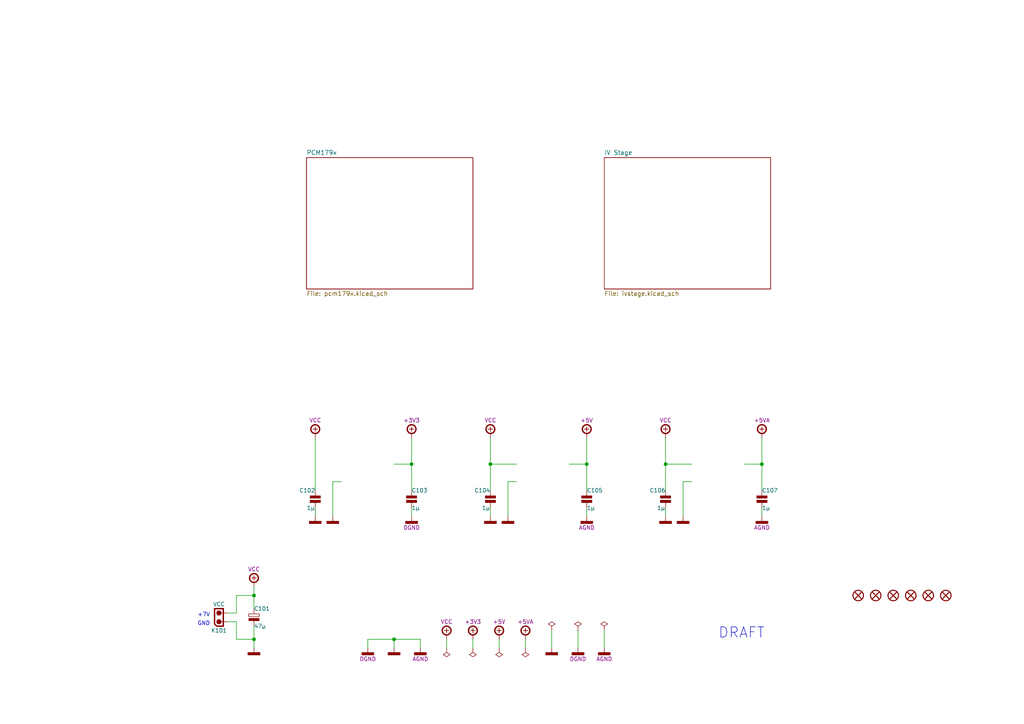
<source format=kicad_sch>
(kicad_sch (version 20230121) (generator eeschema)
  (paper "A4")
  (title_block (title "ROOT") (date "01/2023") (rev "A") (comment 1 "DAC PCM1795/6"))
  (lib_symbols
    (symbol "tronixio:KEMET-X7R-1206-1U-50V-20P" (pin_numbers hide) (pin_names (offset 0) hide)
      (property "Reference" "C" (at 1.27 2.54 0))
      (property "Value" "KEMET-X7R-1206-1U-50V-20P" (at 1.27 -2.54 0))
      (symbol "KEMET-X7R-1206-1U-50V-20P_0_1"
        (rectangle (start -1.524 -0.254) (end 1.524 -1.016) (stroke (width 0.001)) (fill (type outline)))
        (rectangle (start -1.524 1.016) (end 1.524 0.254) (stroke (width 0.001)) (fill (type outline)))
      )
      (symbol "KEMET-X7R-1206-1U-50V-20P_1_1"
        (pin passive line (at 0 2.54 270) (length 1.905) (name "~") (number "1"))
        (pin passive line (at 0 -2.54 90) (length 1.905) (name "~") (number "2"))
      )
    )
    (symbol "tronixio:MOLEX-MIGHTY-SPOX-02-VERTICAL" (pin_numbers hide) (pin_names (offset 0) hide)
      (property "Reference" "K" (at 0 2.54 0))
      (property "Value" "MOLEX-MIGHTY-SPOX-02-VERTICAL" (at 0 -5.08 0))
      (symbol "MOLEX-MIGHTY-SPOX-02-VERTICAL_0_1"
        (circle (center 0 -2.54) (radius 0.635) (stroke (width 0.2)) (fill (type outline)))
        (polyline (pts (xy -1.27 -3.81) (xy 1.27 -3.81) (xy 1.27 0.635) (xy 0.635 1.27) (xy -1.27 1.27) (xy -1.27 -3.81)) (stroke (width 0.4)))
        (circle (center 0 0) (radius 0.635) (stroke (width 0.2)) (fill (type outline)))
      )
      (symbol "MOLEX-MIGHTY-SPOX-02-VERTICAL_1_1"
        (pin passive line (at -2.54 0 0) (length 1.905) (name "1") (number "1"))
        (pin passive line (at -2.54 -2.54 0) (length 1.905) (name "2") (number "2"))
      )
    )
    (symbol "tronixio:MOUNTING-HOLE-3MM-MASK" (pin_numbers hide) (pin_names (offset 0) hide)
      (symbol "MOUNTING-HOLE-3MM-MASK_0_1"
        (polyline (pts (xy -1.016 -1.016) (xy 1.016 1.016)) (stroke (width 0.3)))
        (polyline (pts (xy 1.016 -1.016) (xy -1.016 1.016)) (stroke (width 0.3)))
        (circle (center 0 0) (radius 1.524) (stroke (width 0.3)))
      )
    )
    (symbol "tronixio:POWER-+3V3" (power) (pin_numbers hide) (pin_names (offset 0) hide)
      (property "Name" "+3V3" (at 0 5.08 0))
      (symbol "POWER-+3V3_0_1"
        (polyline (pts (xy -0.635 2.54) (xy 0.635 2.54)) (stroke (width 0.2)))
        (polyline (pts (xy 0 1.905) (xy 0 3.175)) (stroke (width 0.2)))
        (circle (center 0 2.54) (radius 1.27) (stroke (width 0.4)))
      )
      (symbol "POWER-+3V3_1_1"
        (pin power_in line (at 0 0 90) (length 1.27) (name "+3V3") (number "1"))
      )
    )
    (symbol "tronixio:POWER-+5V" (power) (pin_numbers hide) (pin_names (offset 0) hide)
      (property "Name" "+5V" (at 0 5.08 0))
      (symbol "POWER-+5V_0_1"
        (polyline (pts (xy -0.635 2.54) (xy 0.635 2.54)) (stroke (width 0.2)))
        (polyline (pts (xy 0 1.905) (xy 0 3.175)) (stroke (width 0.2)))
        (circle (center 0 2.54) (radius 1.27) (stroke (width 0.4)))
      )
      (symbol "POWER-+5V_1_1"
        (pin power_in line (at 0 0 90) (length 1.27) (name "+5V") (number "1"))
      )
    )
    (symbol "tronixio:POWER-+5VA" (power) (pin_numbers hide) (pin_names (offset 0) hide)
      (property "Name" "+5VA" (at 0 5.08 0))
      (symbol "POWER-+5VA_0_1"
        (polyline (pts (xy -0.635 2.54) (xy 0.635 2.54)) (stroke (width 0.2)))
        (polyline (pts (xy 0 1.905) (xy 0 3.175)) (stroke (width 0.2)))
        (circle (center 0 2.54) (radius 1.27) (stroke (width 0.4)))
      )
      (symbol "POWER-+5VA_1_1"
        (pin power_in line (at 0 0 90) (length 1.27) (name "+5VA") (number "1"))
      )
    )
    (symbol "tronixio:POWER-AGND" (power) (pin_numbers hide) (pin_names (offset 0) hide)
      (property "Name" "AGND" (at 0 -3.175 0))
      (symbol "POWER-AGND_0_1"
        (rectangle (start -1.778 -2.032) (end 1.778 -1.27) (stroke (width 0.001)) (fill (type outline)))
      )
      (symbol "POWER-AGND_1_1"
        (pin power_in line (at 0 0 270) (length 1.27) (name "AGND") (number "1"))
      )
    )
    (symbol "tronixio:POWER-DGND" (power) (pin_numbers hide) (pin_names (offset 0) hide)
      (property "Name" "DGND" (at 0 -3.175 0))
      (symbol "POWER-DGND_0_1"
        (rectangle (start -1.778 -2.032) (end 1.778 -1.27) (stroke (width 0.001)) (fill (type outline)))
      )
      (symbol "POWER-DGND_1_1"
        (pin power_in line (at 0 0 270) (length 1.27) (name "DGND") (number "1"))
      )
    )
    (symbol "tronixio:POWER-FLAG" (power) (pin_numbers hide) (pin_names (offset 0) hide)
      (symbol "POWER-FLAG_0_0"
        (pin power_out line (at 0 0 90) (length 0) (name "pwr") (number "1"))
      )
      (symbol "POWER-FLAG_0_1"
        (polyline (pts (xy 0 0) (xy 0 1.27) (xy -1.016 1.905) (xy 0 2.54) (xy 1.016 1.905) (xy 0 1.27)))
      )
    )
    (symbol "tronixio:POWER-GND" (power) (pin_numbers hide) (pin_names (offset 0) hide)
      (symbol "POWER-GND_0_1"
        (rectangle (start -1.778 -2.032) (end 1.778 -1.27) (stroke (width 0.001)) (fill (type outline)))
      )
      (symbol "POWER-GND_1_1"
        (pin power_in line (at 0 0 270) (length 1.27) (name "GND") (number "1"))
      )
    )
    (symbol "tronixio:POWER-VCC" (power) (pin_numbers hide) (pin_names (offset 0) hide)
      (property "Name" "VCC" (at 0 5.08 0))
      (symbol "POWER-VCC_0_1"
        (polyline (pts (xy -0.635 2.54) (xy 0.635 2.54)) (stroke (width 0.2)))
        (polyline (pts (xy 0 1.905) (xy 0 3.175)) (stroke (width 0.2)))
        (circle (center 0 2.54) (radius 1.27) (stroke (width 0.4)))
      )
      (symbol "POWER-VCC_1_1"
        (pin power_in line (at 0 0 90) (length 1.27) (name "VCC") (number "1"))
      )
    )
    (symbol "tronixio:WURTH-WCAP-AT1H-47U-35V" (pin_numbers hide) (pin_names (offset 0) hide)
      (property "Reference" "C" (at 1.27 2.54 0))
      (property "Value" "WURTH-WCAP-AT1H-47U-35V" (at 1.27 -2.54 0))
      (symbol "WURTH-WCAP-AT1H-47U-35V_0_1"
        (rectangle (start -1.524 -0.254) (end 1.524 -1.016) (stroke (width 0.001)) (fill (type outline)))
        (rectangle (start -1.524 1.016) (end 1.524 0.254) (stroke (width 0.1524)))
      )
      (symbol "WURTH-WCAP-AT1H-47U-35V_1_1"
        (pin passive line (at 0 2.54 270) (length 1.5) (name "~") (number "1"))
        (pin passive line (at 0 -2.54 90) (length 1.905) (name "~") (number "2"))
      )
    )
  )
  (junction (at 114.3 185.42))
  (junction (at 73.66 172.72))
  (junction (at 142.24 134.62))
  (junction (at 119.38 134.62))
  (junction (at 193.04 134.62))
  (junction (at 73.66 185.42))
  (junction (at 170.18 134.62))
  (junction (at 220.98 134.62))
  (wire (pts (xy 142.24 134.62) (xy 142.24 127)))
  (wire (pts (xy 165.1 134.62) (xy 170.18 134.62)))
  (wire (pts (xy 170.18 127) (xy 170.18 134.62)))
  (wire (pts (xy 66.04 180.34) (xy 68.58 180.34)))
  (wire (pts (xy 91.44 127) (xy 91.44 142.24)))
  (wire (pts (xy 193.04 134.62) (xy 193.04 142.24)))
  (wire (pts (xy 106.68 185.42) (xy 114.3 185.42)))
  (wire (pts (xy 73.66 185.42) (xy 73.66 181.61)))
  (wire (pts (xy 215.9 134.62) (xy 220.98 134.62)))
  (wire (pts (xy 68.58 172.72) (xy 68.58 177.8)))
  (wire (pts (xy 147.32 139.7) (xy 147.32 149.86)))
  (wire (pts (xy 149.86 139.7) (xy 147.32 139.7)))
  (wire (pts (xy 96.52 139.7) (xy 99.06 139.7)))
  (wire (pts (xy 106.68 185.42) (xy 106.68 187.96)))
  (wire (pts (xy 121.92 185.42) (xy 121.92 187.96)))
  (wire (pts (xy 193.04 127) (xy 193.04 134.62)))
  (wire (pts (xy 220.98 149.86) (xy 220.98 147.32)))
  (wire (pts (xy 68.58 172.72) (xy 73.66 172.72)))
  (wire (pts (xy 73.66 172.72) (xy 73.66 176.53)))
  (wire (pts (xy 73.66 187.96) (xy 73.66 185.42)))
  (wire (pts (xy 200.66 139.7) (xy 198.12 139.7)))
  (wire (pts (xy 119.38 127) (xy 119.38 134.62)))
  (wire (pts (xy 160.02 182.88) (xy 160.02 187.96)))
  (wire (pts (xy 68.58 180.34) (xy 68.58 185.42)))
  (wire (pts (xy 114.3 185.42) (xy 114.3 187.96)))
  (wire (pts (xy 220.98 134.62) (xy 220.98 142.24)))
  (wire (pts (xy 144.78 185.42) (xy 144.78 187.96)))
  (wire (pts (xy 142.24 147.32) (xy 142.24 149.86)))
  (wire (pts (xy 193.04 147.32) (xy 193.04 149.86)))
  (wire (pts (xy 119.38 149.86) (xy 119.38 147.32)))
  (wire (pts (xy 152.4 185.42) (xy 152.4 187.96)))
  (wire (pts (xy 170.18 149.86) (xy 170.18 147.32)))
  (wire (pts (xy 96.52 139.7) (xy 96.52 149.86)))
  (wire (pts (xy 198.12 139.7) (xy 198.12 149.86)))
  (wire (pts (xy 129.54 187.96) (xy 129.54 185.42)))
  (wire (pts (xy 142.24 134.62) (xy 142.24 142.24)))
  (wire (pts (xy 220.98 127) (xy 220.98 134.62)))
  (wire (pts (xy 114.3 185.42) (xy 121.92 185.42)))
  (wire (pts (xy 149.86 134.62) (xy 142.24 134.62)))
  (wire (pts (xy 170.18 134.62) (xy 170.18 142.24)))
  (wire (pts (xy 91.44 147.32) (xy 91.44 149.86)))
  (wire (pts (xy 66.04 177.8) (xy 68.58 177.8)))
  (wire (pts (xy 175.26 182.88) (xy 175.26 187.96)))
  (wire (pts (xy 114.3 134.62) (xy 119.38 134.62)))
  (wire (pts (xy 137.16 185.42) (xy 137.16 187.96)))
  (wire (pts (xy 73.66 170.18) (xy 73.66 172.72)))
  (wire (pts (xy 167.64 182.88) (xy 167.64 187.96)))
  (wire (pts (xy 68.58 185.42) (xy 73.66 185.42)))
  (wire (pts (xy 119.38 134.62) (xy 119.38 142.24)))
  (wire (pts (xy 193.04 134.62) (xy 200.66 134.62)))
  (text "GND" (at 60.96 181.61 0) (effects (font (size 1.15 1.15)) (justify right bottom)))
  (text "DRAFT" (at 208.28 185.42 0) (effects (font (size 3 3)) (justify left bottom)))
  (text "+7V" (at 60.96 179.07 0) (effects (font (size 1.15 1.15)) (justify right bottom)))
  (symbol (lib_id "tronixio:POWER-GND") (at 198.12 149.86 0) (unit 1)
    (property "Reference" "#PWR0125" (effects hide))
    (property "Value" "POWER-GND" (effects hide))
  )
  (symbol (lib_id "tronixio:POWER-+5V") (at 144.78 185.42 0) (unit 1)
    (property "Reference" "#PWR0115" (effects hide))
    (property "Value" "POWER-+5V" (effects hide))
    (property "Name" "+5V" (at 144.78 180.34 0) (effects (font (size 1.15 1.15))))
  )
  (symbol (lib_id "tronixio:POWER-GND") (at 91.44 149.86 0) (unit 1)
    (property "Reference" "#PWR0104" (effects hide))
    (property "Value" "POWER-GND" (effects hide))
  )
  (symbol (lib_id "tronixio:POWER-VCC") (at 193.04 127 0) (unit 1)
    (property "Reference" "#PWR0123" (effects hide))
    (property "Value" "POWER-VCC" (effects hide))
    (property "Name" "VCC" (at 193.04 121.92 0) (effects (font (size 1.15 1.15))))
  )
  (symbol (lib_id "tronixio:POWER-GND") (at 114.3 187.96 0) (unit 1)
    (property "Reference" "#PWR0107" (effects hide))
    (property "Value" "POWER-GND" (effects hide))
  )
  (symbol (lib_id "tronixio:POWER-DGND") (at 119.38 149.86 0) (unit 1)
    (property "Reference" "#PWR0109" (effects hide))
    (property "Value" "POWER-DGND" (effects hide))
    (property "Name" "DGND" (at 119.38 153.035 0) (effects (font (size 1.15 1.15))))
  )
  (symbol (lib_id "tronixio:MOUNTING-HOLE-3MM-MASK") (at 254 172.72 0) (unit 1)
    (property "Reference" "H102" (effects hide))
    (property "Value" "MOUNTING-HOLE-3MM-MASK" (effects hide))
    (property "Footprint" "tronixio:MOUNTING-HOLE-3MM-MASK" (effects hide))
  )
  (symbol (lib_id "tronixio:POWER-VCC") (at 91.44 127 0) (unit 1)
    (property "Reference" "#PWR0103" (effects hide))
    (property "Value" "POWER-VCC" (effects hide))
    (property "Name" "VCC" (at 91.44 121.92 0) (effects (font (size 1.15 1.15))))
  )
  (symbol (lib_id "tronixio:WURTH-WCAP-AT1H-47U-35V") (at 73.66 179.07 0) (unit 1)
    (property "Reference" "C101" (at 73.66 176.53 0) (effects (font (size 1.15 1.15)) (justify left)))
    (property "Value" "47µ" (at 73.66 181.61 0) (effects (font (size 1.15 1.15)) (justify left)))
    (property "Footprint" "tronixio:CAPACITOR-ELECTROLYTIC-RADIAL-080-115-035-WURTH" (effects hide))
    (property "Datasheet" "https://www.we-online.com/catalog/datasheet/860240574004.pdf" (effects hide))
    (property "Tolerance" "20%" (effects hide))
    (property "Mouser" "710-860240574004" (effects hide))
    (property "Voltage" "35V" (effects hide))
  )
  (symbol (lib_id "tronixio:POWER-FLAG") (at 129.54 187.96 180) (unit 1)
    (property "Reference" "#FLG0101" (effects hide))
    (property "Value" "POWER-FLAG" (effects hide))
  )
  (symbol (lib_id "tronixio:POWER-VCC") (at 129.54 185.42 0) (unit 1)
    (property "Reference" "#PWR0111" (effects hide))
    (property "Value" "POWER-VCC" (effects hide))
    (property "Name" "VCC" (at 129.54 180.34 0) (effects (font (size 1.15 1.15))))
  )
  (symbol (lib_id "tronixio:POWER-AGND") (at 170.18 149.86 0) (unit 1)
    (property "Reference" "#PWR0121" (effects hide))
    (property "Value" "POWER-AGND" (effects hide))
    (property "Name" "AGND" (at 170.18 153.035 0) (effects (font (size 1.15 1.15))))
  )
  (symbol (lib_id "tronixio:MOLEX-MIGHTY-SPOX-02-VERTICAL") (at 63.5 180.34 180) (unit 1)
    (property "Reference" "K101" (at 63.5 182.88 0) (effects (font (size 1.15 1.15))))
    (property "Value" "VCC" (at 63.5 175.26 0) (effects (font (size 1.15 1.15))))
    (property "Footprint" "tronixio:MOLEX-532580229" (effects hide))
    (property "Datasheet" "https://www.molex.com/pdm_docs/sd/532580229_sd.pdf" (effects hide))
    (property "Mouser" "538-53258-0229" (effects hide))
    (property "Name" "MOLEX-MIGHTY-SPOX-02-VERTICAL" (effects hide))
  )
  (symbol (lib_id "tronixio:POWER-DGND") (at 167.64 187.96 0) (unit 1)
    (property "Reference" "#PWR0119" (effects hide))
    (property "Value" "POWER-DGND" (effects hide))
    (property "Name" "DGND" (at 167.64 191.135 0) (effects (font (size 1.15 1.15))))
  )
  (symbol (lib_id "tronixio:KEMET-X7R-1206-1U-50V-20P") (at 193.04 144.78 0) (unit 1)
    (property "Reference" "C106" (at 193.04 142.24 0) (effects (font (size 1.15 1.15)) (justify right)))
    (property "Value" "1µ" (at 193.04 147.32 0) (effects (font (size 1.15 1.15)) (justify right)))
    (property "Footprint" "tronixio:CAPACITOR-SMD-1206" (effects hide))
    (property "Datasheet" "https://content.kemet.com/datasheets/KEM_C1090_X7R_ESD.pdf" (effects hide))
    (property "Voltage" "50V" (effects hide))
    (property "Tolerance" "20%" (effects hide))
    (property "Mouser" "80-C1206C105M5R" (effects hide))
  )
  (symbol (lib_id "tronixio:KEMET-X7R-1206-1U-50V-20P") (at 119.38 144.78 0) (unit 1)
    (property "Reference" "C103" (at 119.38 142.24 0) (effects (font (size 1.15 1.15)) (justify left)))
    (property "Value" "1µ" (at 119.38 147.32 0) (effects (font (size 1.15 1.15)) (justify left)))
    (property "Footprint" "tronixio:CAPACITOR-SMD-1206" (effects hide))
    (property "Datasheet" "https://content.kemet.com/datasheets/KEM_C1090_X7R_ESD.pdf" (effects hide))
    (property "Voltage" "50V" (effects hide))
    (property "Tolerance" "20%" (effects hide))
    (property "Mouser" "80-C1206C105M5R" (effects hide))
  )
  (symbol (lib_id "tronixio:POWER-FLAG") (at 175.26 182.88 0) (unit 1)
    (property "Reference" "#FLG0107" (effects hide))
    (property "Value" "POWER-FLAG" (effects hide))
  )
  (symbol (lib_id "tronixio:POWER-AGND") (at 121.92 187.96 0) (unit 1)
    (property "Reference" "#PWR0110" (effects hide))
    (property "Value" "POWER-AGND" (effects hide))
    (property "Name" "AGND" (at 121.92 191.135 0) (effects (font (size 1.15 1.15))))
  )
  (symbol (lib_id "tronixio:POWER-FLAG") (at 152.4 187.96 180) (unit 1)
    (property "Reference" "#FLG0104" (effects hide))
    (property "Value" "POWER-FLAG" (effects hide))
  )
  (symbol (lib_id "tronixio:POWER-GND") (at 193.04 149.86 0) (unit 1)
    (property "Reference" "#PWR0124" (effects hide))
    (property "Value" "POWER-GND" (effects hide))
  )
  (symbol (lib_id "tronixio:POWER-GND") (at 160.02 187.96 0) (unit 1)
    (property "Reference" "#PWR0118" (effects hide))
    (property "Value" "POWER-GND" (effects hide))
  )
  (symbol (lib_id "tronixio:POWER-FLAG") (at 160.02 182.88 0) (unit 1)
    (property "Reference" "#FLG0105" (effects hide))
    (property "Value" "POWER-FLAG" (effects hide))
  )
  (symbol (lib_id "tronixio:MOUNTING-HOLE-3MM-MASK") (at 274.32 172.72 0) (unit 1)
    (property "Reference" "H106" (effects hide))
    (property "Value" "MOUNTING-HOLE-3MM-MASK" (effects hide))
    (property "Footprint" "tronixio:MOUNTING-HOLE-3MM-MASK" (effects hide))
  )
  (symbol (lib_id "tronixio:POWER-+5V") (at 170.18 127 0) (unit 1)
    (property "Reference" "#PWR0120" (effects hide))
    (property "Value" "POWER-+5V" (effects hide))
    (property "Name" "+5V" (at 170.18 121.92 0) (effects (font (size 1.15 1.15))))
  )
  (symbol (lib_id "tronixio:KEMET-X7R-1206-1U-50V-20P") (at 220.98 144.78 0) (unit 1)
    (property "Reference" "C107" (at 220.98 142.24 0) (effects (font (size 1.15 1.15)) (justify left)))
    (property "Value" "1µ" (at 220.98 147.32 0) (effects (font (size 1.15 1.15)) (justify left)))
    (property "Footprint" "tronixio:CAPACITOR-SMD-1206" (effects hide))
    (property "Datasheet" "https://content.kemet.com/datasheets/KEM_C1090_X7R_ESD.pdf" (effects hide))
    (property "Voltage" "50V" (effects hide))
    (property "Tolerance" "20%" (effects hide))
    (property "Mouser" "80-C1206C105M5R" (effects hide))
  )
  (symbol (lib_id "tronixio:MOUNTING-HOLE-3MM-MASK") (at 248.92 172.72 0) (unit 1)
    (property "Reference" "H101" (effects hide))
    (property "Value" "MOUNTING-HOLE-3MM-MASK" (effects hide))
    (property "Footprint" "tronixio:MOUNTING-HOLE-3MM-MASK" (effects hide))
  )
  (symbol (lib_id "tronixio:POWER-+5VA") (at 220.98 127 0) (unit 1)
    (property "Reference" "#PWR0126" (effects hide))
    (property "Value" "POWER-VCC-1" (effects hide))
    (property "Name" "+5VA" (at 220.98 121.92 0) (effects (font (size 1.15 1.15))))
  )
  (symbol (lib_id "tronixio:POWER-AGND") (at 220.98 149.86 0) (unit 1)
    (property "Reference" "#PWR0127" (effects hide))
    (property "Value" "POWER-AGND" (effects hide))
    (property "Name" "AGND" (at 220.98 153.035 0) (effects (font (size 1.15 1.15))))
  )
  (symbol (lib_id "tronixio:KEMET-X7R-1206-1U-50V-20P") (at 91.44 144.78 0) (unit 1)
    (property "Reference" "C102" (at 91.44 142.24 0) (effects (font (size 1.15 1.15)) (justify right)))
    (property "Value" "1µ" (at 91.44 147.32 0) (effects (font (size 1.15 1.15)) (justify right)))
    (property "Footprint" "tronixio:CAPACITOR-SMD-1206" (effects hide))
    (property "Datasheet" "https://content.kemet.com/datasheets/KEM_C1090_X7R_ESD.pdf" (effects hide))
    (property "Voltage" "50V" (effects hide))
    (property "Tolerance" "20%" (effects hide))
    (property "Mouser" "80-C1206C105M5R" (effects hide))
  )
  (symbol (lib_id "tronixio:MOUNTING-HOLE-3MM-MASK") (at 259.08 172.72 0) (unit 1)
    (property "Reference" "H103" (effects hide))
    (property "Value" "MOUNTING-HOLE-3MM-MASK" (effects hide))
    (property "Footprint" "tronixio:MOUNTING-HOLE-3MM-MASK" (effects hide))
  )
  (symbol (lib_id "tronixio:POWER-+3V3") (at 119.38 127 0) (unit 1)
    (property "Reference" "#PWR0108" (effects hide))
    (property "Value" "POWER-+3V3" (effects hide))
    (property "Name" "+3V3" (at 119.38 121.92 0) (effects (font (size 1.15 1.15))))
  )
  (symbol (lib_id "tronixio:POWER-GND") (at 73.66 187.96 0) (unit 1)
    (property "Reference" "#PWR0102" (effects hide))
    (property "Value" "POWER-GND" (effects hide))
  )
  (symbol (lib_id "tronixio:POWER-GND") (at 96.52 149.86 0) (unit 1)
    (property "Reference" "#PWR0105" (effects hide))
    (property "Value" "POWER-GND" (effects hide))
  )
  (symbol (lib_id "tronixio:POWER-VCC") (at 73.66 170.18 0) (unit 1)
    (property "Reference" "#PWR0101" (effects hide))
    (property "Value" "POWER-VCC" (effects hide))
    (property "Name" "VCC" (at 73.66 165.1 0) (effects (font (size 1.15 1.15))))
  )
  (symbol (lib_id "tronixio:MOUNTING-HOLE-3MM-MASK") (at 264.16 172.72 0) (unit 1)
    (property "Reference" "H104" (effects hide))
    (property "Value" "MOUNTING-HOLE-3MM-MASK" (effects hide))
    (property "Footprint" "tronixio:MOUNTING-HOLE-3MM-MASK" (effects hide))
  )
  (symbol (lib_id "tronixio:POWER-FLAG") (at 167.64 182.88 0) (unit 1)
    (property "Reference" "#FLG0106" (effects hide))
    (property "Value" "POWER-FLAG" (effects hide))
  )
  (symbol (lib_id "tronixio:POWER-VCC") (at 142.24 127 0) (unit 1)
    (property "Reference" "#PWR0113" (effects hide))
    (property "Value" "POWER-VCC" (effects hide))
    (property "Name" "VCC" (at 142.24 121.92 0) (effects (font (size 1.15 1.15))))
  )
  (symbol (lib_id "tronixio:MOUNTING-HOLE-3MM-MASK") (at 269.24 172.72 0) (unit 1)
    (property "Reference" "H105" (effects hide))
    (property "Value" "MOUNTING-HOLE-3MM-MASK" (effects hide))
    (property "Footprint" "tronixio:MOUNTING-HOLE-3MM-MASK" (effects hide))
  )
  (symbol (lib_id "tronixio:KEMET-X7R-1206-1U-50V-20P") (at 142.24 144.78 0) (unit 1)
    (property "Reference" "C104" (at 142.24 142.24 0) (effects (font (size 1.15 1.15)) (justify right)))
    (property "Value" "1µ" (at 142.24 147.32 0) (effects (font (size 1.15 1.15)) (justify right)))
    (property "Footprint" "tronixio:CAPACITOR-SMD-1206" (effects hide))
    (property "Datasheet" "https://content.kemet.com/datasheets/KEM_C1090_X7R_ESD.pdf" (effects hide))
    (property "Voltage" "50V" (effects hide))
    (property "Tolerance" "20%" (effects hide))
    (property "Mouser" "80-C1206C105M5R" (effects hide))
  )
  (symbol (lib_id "tronixio:POWER-DGND") (at 106.68 187.96 0) (unit 1)
    (property "Reference" "#PWR0106" (effects hide))
    (property "Value" "POWER-DGND" (effects hide))
    (property "Name" "DGND" (at 106.68 191.135 0) (effects (font (size 1.15 1.15))))
  )
  (symbol (lib_id "tronixio:POWER-FLAG") (at 144.78 187.96 180) (unit 1)
    (property "Reference" "#FLG0103" (effects hide))
    (property "Value" "POWER-FLAG" (effects hide))
  )
  (symbol (lib_id "tronixio:KEMET-X7R-1206-1U-50V-20P") (at 170.18 144.78 0) (unit 1)
    (property "Reference" "C105" (at 170.18 142.24 0) (effects (font (size 1.15 1.15)) (justify left)))
    (property "Value" "1µ" (at 170.18 147.32 0) (effects (font (size 1.15 1.15)) (justify left)))
    (property "Footprint" "tronixio:CAPACITOR-SMD-1206" (effects hide))
    (property "Datasheet" "https://content.kemet.com/datasheets/KEM_C1090_X7R_ESD.pdf" (effects hide))
    (property "Voltage" "50V" (effects hide))
    (property "Tolerance" "20%" (effects hide))
    (property "Mouser" "80-C1206C105M5R" (effects hide))
  )
  (symbol (lib_id "tronixio:POWER-+5VA") (at 152.4 185.42 0) (unit 1)
    (property "Reference" "#PWR0117" (effects hide))
    (property "Value" "POWER-VCC-1" (effects hide))
    (property "Name" "+5VA" (at 152.4 180.34 0) (effects (font (size 1.15 1.15))))
  )
  (symbol (lib_id "tronixio:POWER-GND") (at 142.24 149.86 0) (unit 1)
    (property "Reference" "#PWR0114" (effects hide))
    (property "Value" "POWER-GND" (effects hide))
  )
  (symbol (lib_id "tronixio:POWER-FLAG") (at 137.16 187.96 180) (unit 1)
    (property "Reference" "#FLG0102" (effects hide))
    (property "Value" "POWER-FLAG" (effects hide))
  )
  (symbol (lib_id "tronixio:POWER-GND") (at 147.32 149.86 0) (unit 1)
    (property "Reference" "#PWR0116" (effects hide))
    (property "Value" "POWER-GND" (effects hide))
  )
  (symbol (lib_id "tronixio:POWER-+3V3") (at 137.16 185.42 0) (unit 1)
    (property "Reference" "#PWR0112" (effects hide))
    (property "Value" "POWER-+3V3" (effects hide))
    (property "Name" "+3V3" (at 137.16 180.34 0) (effects (font (size 1.15 1.15))))
  )
  (symbol (lib_id "tronixio:POWER-AGND") (at 175.26 187.96 0) (unit 1)
    (property "Reference" "#PWR0122" (effects hide))
    (property "Value" "POWER-AGND" (effects hide))
    (property "Name" "AGND" (at 175.26 191.135 0) (effects (font (size 1.15 1.15))))
  )
  (sheet (at 175.26 45.72) (size 48.26 38.1) (stroke (width 0.1524))
    (property "Sheetname" "IV Stage" (at 175.26 45.0084 0) (effects (justify left bottom)))
    (property "Sheetfile" "ivstage.kicad_sch" (at 175.26 84.4046 0) (effects (justify left top)))
  )
  (sheet (at 88.9 45.72) (size 48.26 38.1) (stroke (width 0.1524))
    (property "Sheetname" "PCM179x" (at 88.9 45.0084 0) (effects (justify left bottom)))
    (property "Sheetfile" "pcm179x.kicad_sch" (at 88.9 84.4046 0) (effects (justify left top)))
  )
)
</source>
